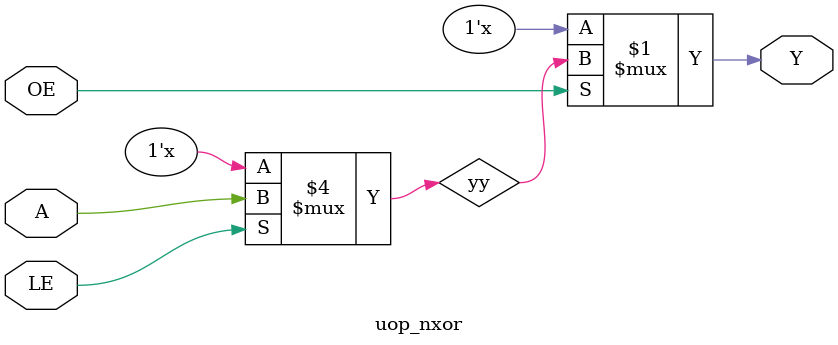
<source format=sv>
module uop_nxor(
	output reg Y, 	//Output
	input wire A, 	//Data input
	input wire LE, 	//Latch Enable
	input wire OE	//Output Enable
);

//D-Latch, written using Verilog (we will look at SystemVerilog improvements later)

reg yy;				//Note this is type reg

//Continuous Assignment
assign Y = OE ? yy : 1'bz;	// Y is High Impendence is OE == 0

//Behavioural HDL
always @(A, LE)			// Update if A or LE change
begin
	if (LE == 1'b1)		// Set yy to A if LE is equal to 1, otherwise latch (stay unchanged)
		yy <= A;
end

endmodule
</source>
